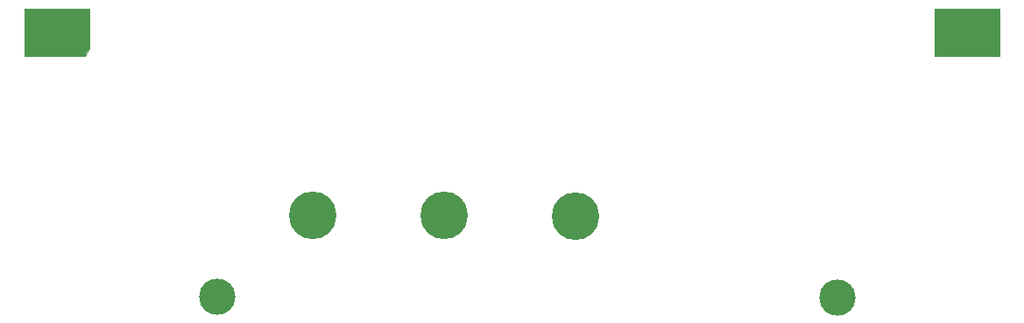
<source format=gbr>
%TF.GenerationSoftware,KiCad,Pcbnew,(5.1.12)-1*%
%TF.CreationDate,2022-03-08T20:54:57+00:00*%
%TF.ProjectId,RGBtoHDMI CDTV v2 - Face Plate,52474274-6f48-4444-9d49-204344545620,1*%
%TF.SameCoordinates,Original*%
%TF.FileFunction,Soldermask,Bot*%
%TF.FilePolarity,Negative*%
%FSLAX46Y46*%
G04 Gerber Fmt 4.6, Leading zero omitted, Abs format (unit mm)*
G04 Created by KiCad (PCBNEW (5.1.12)-1) date 2022-03-08 20:54:57*
%MOMM*%
%LPD*%
G01*
G04 APERTURE LIST*
%ADD10C,0.100000*%
%ADD11C,4.600000*%
%ADD12C,3.500000*%
G04 APERTURE END LIST*
D10*
G36*
X165125400Y-71805800D02*
G01*
X158877000Y-71805800D01*
X158877000Y-67233800D01*
X165125400Y-67233800D01*
X165125400Y-71805800D01*
G37*
X165125400Y-71805800D02*
X158877000Y-71805800D01*
X158877000Y-67233800D01*
X165125400Y-67233800D01*
X165125400Y-71805800D01*
G36*
X77190600Y-71043800D02*
G01*
X76708000Y-71805800D01*
X70942200Y-71805800D01*
X70942200Y-67233800D01*
X77190600Y-67233800D01*
X77190600Y-71043800D01*
G37*
X77190600Y-71043800D02*
X76708000Y-71805800D01*
X70942200Y-71805800D01*
X70942200Y-67233800D01*
X77190600Y-67233800D01*
X77190600Y-71043800D01*
D11*
%TO.C,UP*%
X124174000Y-87299800D03*
%TD*%
%TO.C,DOWN*%
X111474000Y-87249000D03*
%TD*%
%TO.C,SELECT*%
X98774000Y-87249000D03*
%TD*%
D12*
%TO.C,REF\u002A\u002A*%
X89509600Y-95135700D03*
%TD*%
%TO.C,REF\u002A\u002A*%
X149479000Y-95173800D03*
%TD*%
M02*

</source>
